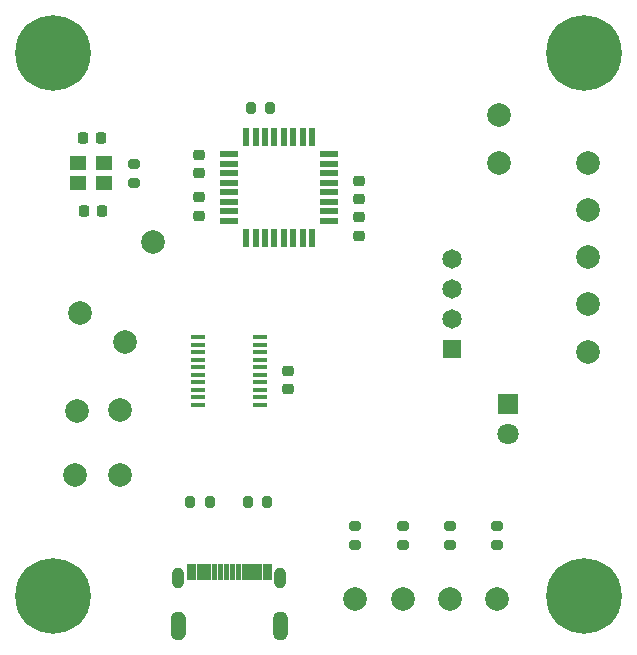
<source format=gbr>
%TF.GenerationSoftware,KiCad,Pcbnew,7.0.1*%
%TF.CreationDate,2023-07-17T15:28:08+02:00*%
%TF.ProjectId,Had_Konzole,4861645f-4b6f-46e7-9a6f-6c652e6b6963,rev?*%
%TF.SameCoordinates,Original*%
%TF.FileFunction,Soldermask,Top*%
%TF.FilePolarity,Negative*%
%FSLAX46Y46*%
G04 Gerber Fmt 4.6, Leading zero omitted, Abs format (unit mm)*
G04 Created by KiCad (PCBNEW 7.0.1) date 2023-07-17 15:28:08*
%MOMM*%
%LPD*%
G01*
G04 APERTURE LIST*
G04 Aperture macros list*
%AMRoundRect*
0 Rectangle with rounded corners*
0 $1 Rounding radius*
0 $2 $3 $4 $5 $6 $7 $8 $9 X,Y pos of 4 corners*
0 Add a 4 corners polygon primitive as box body*
4,1,4,$2,$3,$4,$5,$6,$7,$8,$9,$2,$3,0*
0 Add four circle primitives for the rounded corners*
1,1,$1+$1,$2,$3*
1,1,$1+$1,$4,$5*
1,1,$1+$1,$6,$7*
1,1,$1+$1,$8,$9*
0 Add four rect primitives between the rounded corners*
20,1,$1+$1,$2,$3,$4,$5,0*
20,1,$1+$1,$4,$5,$6,$7,0*
20,1,$1+$1,$6,$7,$8,$9,0*
20,1,$1+$1,$8,$9,$2,$3,0*%
G04 Aperture macros list end*
%ADD10C,0.010000*%
%ADD11RoundRect,0.225000X-0.225000X-0.250000X0.225000X-0.250000X0.225000X0.250000X-0.225000X0.250000X0*%
%ADD12RoundRect,0.225000X-0.250000X0.225000X-0.250000X-0.225000X0.250000X-0.225000X0.250000X0.225000X0*%
%ADD13RoundRect,0.200000X-0.200000X-0.275000X0.200000X-0.275000X0.200000X0.275000X-0.200000X0.275000X0*%
%ADD14C,2.000000*%
%ADD15RoundRect,0.225000X0.250000X-0.225000X0.250000X0.225000X-0.250000X0.225000X-0.250000X-0.225000X0*%
%ADD16C,6.400000*%
%ADD17R,1.600000X0.550000*%
%ADD18R,0.550000X1.600000*%
%ADD19RoundRect,0.200000X0.275000X-0.200000X0.275000X0.200000X-0.275000X0.200000X-0.275000X-0.200000X0*%
%ADD20R,1.400000X1.200000*%
%ADD21O,1.000000X1.800000*%
%ADD22R,1.200000X0.400000*%
%ADD23RoundRect,0.200000X0.200000X0.275000X-0.200000X0.275000X-0.200000X-0.275000X0.200000X-0.275000X0*%
%ADD24R,1.650000X1.650000*%
%ADD25C,1.650000*%
%ADD26R,1.800000X1.800000*%
%ADD27C,1.800000*%
G04 APERTURE END LIST*
%TO.C,J4*%
D10*
X112636450Y-107311450D02*
X111963550Y-107311450D01*
X111963550Y-106088550D01*
X112636450Y-106088550D01*
X112636450Y-107311450D01*
G36*
X112636450Y-107311450D02*
G01*
X111963550Y-107311450D01*
X111963550Y-106088550D01*
X112636450Y-106088550D01*
X112636450Y-107311450D01*
G37*
X113436450Y-107311450D02*
X112763550Y-107311450D01*
X112763550Y-106088550D01*
X113436450Y-106088550D01*
X113436450Y-107311450D01*
G36*
X113436450Y-107311450D02*
G01*
X112763550Y-107311450D01*
X112763550Y-106088550D01*
X113436450Y-106088550D01*
X113436450Y-107311450D01*
G37*
X113936450Y-107311450D02*
X113563550Y-107311450D01*
X113563550Y-106088550D01*
X113936450Y-106088550D01*
X113936450Y-107311450D01*
G36*
X113936450Y-107311450D02*
G01*
X113563550Y-107311450D01*
X113563550Y-106088550D01*
X113936450Y-106088550D01*
X113936450Y-107311450D01*
G37*
X114436450Y-107311450D02*
X114063550Y-107311450D01*
X114063550Y-106088550D01*
X114436450Y-106088550D01*
X114436450Y-107311450D01*
G36*
X114436450Y-107311450D02*
G01*
X114063550Y-107311450D01*
X114063550Y-106088550D01*
X114436450Y-106088550D01*
X114436450Y-107311450D01*
G37*
X114936450Y-107311450D02*
X114563550Y-107311450D01*
X114563550Y-106088550D01*
X114936450Y-106088550D01*
X114936450Y-107311450D01*
G36*
X114936450Y-107311450D02*
G01*
X114563550Y-107311450D01*
X114563550Y-106088550D01*
X114936450Y-106088550D01*
X114936450Y-107311450D01*
G37*
X115436450Y-107311450D02*
X115063550Y-107311450D01*
X115063550Y-106088550D01*
X115436450Y-106088550D01*
X115436450Y-107311450D01*
G36*
X115436450Y-107311450D02*
G01*
X115063550Y-107311450D01*
X115063550Y-106088550D01*
X115436450Y-106088550D01*
X115436450Y-107311450D01*
G37*
X115936450Y-107311450D02*
X115563550Y-107311450D01*
X115563550Y-106088550D01*
X115936450Y-106088550D01*
X115936450Y-107311450D01*
G36*
X115936450Y-107311450D02*
G01*
X115563550Y-107311450D01*
X115563550Y-106088550D01*
X115936450Y-106088550D01*
X115936450Y-107311450D01*
G37*
X116436450Y-107311450D02*
X116063550Y-107311450D01*
X116063550Y-106088550D01*
X116436450Y-106088550D01*
X116436450Y-107311450D01*
G36*
X116436450Y-107311450D02*
G01*
X116063550Y-107311450D01*
X116063550Y-106088550D01*
X116436450Y-106088550D01*
X116436450Y-107311450D01*
G37*
X116936450Y-107311450D02*
X116563550Y-107311450D01*
X116563550Y-106088550D01*
X116936450Y-106088550D01*
X116936450Y-107311450D01*
G36*
X116936450Y-107311450D02*
G01*
X116563550Y-107311450D01*
X116563550Y-106088550D01*
X116936450Y-106088550D01*
X116936450Y-107311450D01*
G37*
X117436450Y-107311450D02*
X117063550Y-107311450D01*
X117063550Y-106088550D01*
X117436450Y-106088550D01*
X117436450Y-107311450D01*
G36*
X117436450Y-107311450D02*
G01*
X117063550Y-107311450D01*
X117063550Y-106088550D01*
X117436450Y-106088550D01*
X117436450Y-107311450D01*
G37*
X118236450Y-107311450D02*
X117563550Y-107311450D01*
X117563550Y-106088550D01*
X118236450Y-106088550D01*
X118236450Y-107311450D01*
G36*
X118236450Y-107311450D02*
G01*
X117563550Y-107311450D01*
X117563550Y-106088550D01*
X118236450Y-106088550D01*
X118236450Y-107311450D01*
G37*
X119036450Y-107311450D02*
X118363550Y-107311450D01*
X118363550Y-106088550D01*
X119036450Y-106088550D01*
X119036450Y-107311450D01*
G36*
X119036450Y-107311450D02*
G01*
X118363550Y-107311450D01*
X118363550Y-106088550D01*
X119036450Y-106088550D01*
X119036450Y-107311450D01*
G37*
X111210000Y-110100000D02*
X111240000Y-110102000D01*
X111270000Y-110106000D01*
X111300000Y-110111000D01*
X111329000Y-110118000D01*
X111358000Y-110127000D01*
X111386000Y-110137000D01*
X111414000Y-110149000D01*
X111442000Y-110162000D01*
X111468000Y-110176000D01*
X111494000Y-110192000D01*
X111519000Y-110209000D01*
X111543000Y-110227000D01*
X111566000Y-110247000D01*
X111587000Y-110268000D01*
X111608000Y-110289000D01*
X111628000Y-110312000D01*
X111646000Y-110336000D01*
X111663000Y-110361000D01*
X111679000Y-110387000D01*
X111693000Y-110413000D01*
X111706000Y-110441000D01*
X111718000Y-110469000D01*
X111728000Y-110497000D01*
X111737000Y-110526000D01*
X111744000Y-110555000D01*
X111749000Y-110585000D01*
X111753000Y-110615000D01*
X111755000Y-110645000D01*
X111756000Y-110675000D01*
X111756000Y-111875000D01*
X111755000Y-111905000D01*
X111753000Y-111935000D01*
X111749000Y-111965000D01*
X111744000Y-111995000D01*
X111737000Y-112024000D01*
X111728000Y-112053000D01*
X111718000Y-112081000D01*
X111706000Y-112109000D01*
X111693000Y-112137000D01*
X111679000Y-112163000D01*
X111663000Y-112189000D01*
X111646000Y-112214000D01*
X111628000Y-112238000D01*
X111608000Y-112261000D01*
X111587000Y-112282000D01*
X111566000Y-112303000D01*
X111543000Y-112323000D01*
X111519000Y-112341000D01*
X111494000Y-112358000D01*
X111468000Y-112374000D01*
X111442000Y-112388000D01*
X111414000Y-112401000D01*
X111386000Y-112413000D01*
X111358000Y-112423000D01*
X111329000Y-112432000D01*
X111300000Y-112439000D01*
X111270000Y-112444000D01*
X111240000Y-112448000D01*
X111210000Y-112450000D01*
X111180000Y-112451000D01*
X111150000Y-112450000D01*
X111120000Y-112448000D01*
X111090000Y-112444000D01*
X111060000Y-112439000D01*
X111031000Y-112432000D01*
X111002000Y-112423000D01*
X110974000Y-112413000D01*
X110946000Y-112401000D01*
X110918000Y-112388000D01*
X110892000Y-112374000D01*
X110866000Y-112358000D01*
X110841000Y-112341000D01*
X110817000Y-112323000D01*
X110794000Y-112303000D01*
X110773000Y-112282000D01*
X110752000Y-112261000D01*
X110732000Y-112238000D01*
X110714000Y-112214000D01*
X110697000Y-112189000D01*
X110681000Y-112163000D01*
X110667000Y-112137000D01*
X110654000Y-112109000D01*
X110642000Y-112081000D01*
X110632000Y-112053000D01*
X110623000Y-112024000D01*
X110616000Y-111995000D01*
X110611000Y-111965000D01*
X110607000Y-111935000D01*
X110605000Y-111905000D01*
X110604000Y-111875000D01*
X110603800Y-110675000D01*
X110604000Y-110675000D01*
X110605000Y-110645000D01*
X110607000Y-110615000D01*
X110611000Y-110585000D01*
X110616000Y-110555000D01*
X110623000Y-110526000D01*
X110632000Y-110497000D01*
X110642000Y-110469000D01*
X110654000Y-110441000D01*
X110667000Y-110413000D01*
X110681000Y-110387000D01*
X110697000Y-110361000D01*
X110714000Y-110336000D01*
X110732000Y-110312000D01*
X110752000Y-110289000D01*
X110773000Y-110268000D01*
X110794000Y-110247000D01*
X110817000Y-110227000D01*
X110841000Y-110209000D01*
X110866000Y-110192000D01*
X110892000Y-110176000D01*
X110918000Y-110162000D01*
X110946000Y-110149000D01*
X110974000Y-110137000D01*
X111002000Y-110127000D01*
X111031000Y-110118000D01*
X111060000Y-110111000D01*
X111090000Y-110106000D01*
X111120000Y-110102000D01*
X111150000Y-110100000D01*
X111180000Y-110099000D01*
X111210000Y-110100000D01*
G36*
X111210000Y-110100000D02*
G01*
X111240000Y-110102000D01*
X111270000Y-110106000D01*
X111300000Y-110111000D01*
X111329000Y-110118000D01*
X111358000Y-110127000D01*
X111386000Y-110137000D01*
X111414000Y-110149000D01*
X111442000Y-110162000D01*
X111468000Y-110176000D01*
X111494000Y-110192000D01*
X111519000Y-110209000D01*
X111543000Y-110227000D01*
X111566000Y-110247000D01*
X111587000Y-110268000D01*
X111608000Y-110289000D01*
X111628000Y-110312000D01*
X111646000Y-110336000D01*
X111663000Y-110361000D01*
X111679000Y-110387000D01*
X111693000Y-110413000D01*
X111706000Y-110441000D01*
X111718000Y-110469000D01*
X111728000Y-110497000D01*
X111737000Y-110526000D01*
X111744000Y-110555000D01*
X111749000Y-110585000D01*
X111753000Y-110615000D01*
X111755000Y-110645000D01*
X111756000Y-110675000D01*
X111756000Y-111875000D01*
X111755000Y-111905000D01*
X111753000Y-111935000D01*
X111749000Y-111965000D01*
X111744000Y-111995000D01*
X111737000Y-112024000D01*
X111728000Y-112053000D01*
X111718000Y-112081000D01*
X111706000Y-112109000D01*
X111693000Y-112137000D01*
X111679000Y-112163000D01*
X111663000Y-112189000D01*
X111646000Y-112214000D01*
X111628000Y-112238000D01*
X111608000Y-112261000D01*
X111587000Y-112282000D01*
X111566000Y-112303000D01*
X111543000Y-112323000D01*
X111519000Y-112341000D01*
X111494000Y-112358000D01*
X111468000Y-112374000D01*
X111442000Y-112388000D01*
X111414000Y-112401000D01*
X111386000Y-112413000D01*
X111358000Y-112423000D01*
X111329000Y-112432000D01*
X111300000Y-112439000D01*
X111270000Y-112444000D01*
X111240000Y-112448000D01*
X111210000Y-112450000D01*
X111180000Y-112451000D01*
X111150000Y-112450000D01*
X111120000Y-112448000D01*
X111090000Y-112444000D01*
X111060000Y-112439000D01*
X111031000Y-112432000D01*
X111002000Y-112423000D01*
X110974000Y-112413000D01*
X110946000Y-112401000D01*
X110918000Y-112388000D01*
X110892000Y-112374000D01*
X110866000Y-112358000D01*
X110841000Y-112341000D01*
X110817000Y-112323000D01*
X110794000Y-112303000D01*
X110773000Y-112282000D01*
X110752000Y-112261000D01*
X110732000Y-112238000D01*
X110714000Y-112214000D01*
X110697000Y-112189000D01*
X110681000Y-112163000D01*
X110667000Y-112137000D01*
X110654000Y-112109000D01*
X110642000Y-112081000D01*
X110632000Y-112053000D01*
X110623000Y-112024000D01*
X110616000Y-111995000D01*
X110611000Y-111965000D01*
X110607000Y-111935000D01*
X110605000Y-111905000D01*
X110604000Y-111875000D01*
X110603800Y-110675000D01*
X110604000Y-110675000D01*
X110605000Y-110645000D01*
X110607000Y-110615000D01*
X110611000Y-110585000D01*
X110616000Y-110555000D01*
X110623000Y-110526000D01*
X110632000Y-110497000D01*
X110642000Y-110469000D01*
X110654000Y-110441000D01*
X110667000Y-110413000D01*
X110681000Y-110387000D01*
X110697000Y-110361000D01*
X110714000Y-110336000D01*
X110732000Y-110312000D01*
X110752000Y-110289000D01*
X110773000Y-110268000D01*
X110794000Y-110247000D01*
X110817000Y-110227000D01*
X110841000Y-110209000D01*
X110866000Y-110192000D01*
X110892000Y-110176000D01*
X110918000Y-110162000D01*
X110946000Y-110149000D01*
X110974000Y-110137000D01*
X111002000Y-110127000D01*
X111031000Y-110118000D01*
X111060000Y-110111000D01*
X111090000Y-110106000D01*
X111120000Y-110102000D01*
X111150000Y-110100000D01*
X111180000Y-110099000D01*
X111210000Y-110100000D01*
G37*
X119850000Y-110100000D02*
X119880000Y-110102000D01*
X119910000Y-110106000D01*
X119940000Y-110111000D01*
X119969000Y-110118000D01*
X119998000Y-110127000D01*
X120026000Y-110137000D01*
X120054000Y-110149000D01*
X120082000Y-110162000D01*
X120108000Y-110176000D01*
X120134000Y-110192000D01*
X120159000Y-110209000D01*
X120183000Y-110227000D01*
X120206000Y-110247000D01*
X120227000Y-110268000D01*
X120248000Y-110289000D01*
X120268000Y-110312000D01*
X120286000Y-110336000D01*
X120303000Y-110361000D01*
X120319000Y-110387000D01*
X120333000Y-110413000D01*
X120346000Y-110441000D01*
X120358000Y-110469000D01*
X120368000Y-110497000D01*
X120377000Y-110526000D01*
X120384000Y-110555000D01*
X120389000Y-110585000D01*
X120393000Y-110615000D01*
X120395000Y-110645000D01*
X120396000Y-110675000D01*
X120396000Y-111875000D01*
X120395000Y-111905000D01*
X120393000Y-111935000D01*
X120389000Y-111965000D01*
X120384000Y-111995000D01*
X120377000Y-112024000D01*
X120368000Y-112053000D01*
X120358000Y-112081000D01*
X120346000Y-112109000D01*
X120333000Y-112137000D01*
X120319000Y-112163000D01*
X120303000Y-112189000D01*
X120286000Y-112214000D01*
X120268000Y-112238000D01*
X120248000Y-112261000D01*
X120227000Y-112282000D01*
X120206000Y-112303000D01*
X120183000Y-112323000D01*
X120159000Y-112341000D01*
X120134000Y-112358000D01*
X120108000Y-112374000D01*
X120082000Y-112388000D01*
X120054000Y-112401000D01*
X120026000Y-112413000D01*
X119998000Y-112423000D01*
X119969000Y-112432000D01*
X119940000Y-112439000D01*
X119910000Y-112444000D01*
X119880000Y-112448000D01*
X119850000Y-112450000D01*
X119820000Y-112451000D01*
X119790000Y-112450000D01*
X119760000Y-112448000D01*
X119730000Y-112444000D01*
X119700000Y-112439000D01*
X119671000Y-112432000D01*
X119642000Y-112423000D01*
X119614000Y-112413000D01*
X119586000Y-112401000D01*
X119558000Y-112388000D01*
X119532000Y-112374000D01*
X119506000Y-112358000D01*
X119481000Y-112341000D01*
X119457000Y-112323000D01*
X119434000Y-112303000D01*
X119413000Y-112282000D01*
X119392000Y-112261000D01*
X119372000Y-112238000D01*
X119354000Y-112214000D01*
X119337000Y-112189000D01*
X119321000Y-112163000D01*
X119307000Y-112137000D01*
X119294000Y-112109000D01*
X119282000Y-112081000D01*
X119272000Y-112053000D01*
X119263000Y-112024000D01*
X119256000Y-111995000D01*
X119251000Y-111965000D01*
X119247000Y-111935000D01*
X119245000Y-111905000D01*
X119244000Y-111875000D01*
X119243800Y-110675000D01*
X119244000Y-110675000D01*
X119245000Y-110645000D01*
X119247000Y-110615000D01*
X119251000Y-110585000D01*
X119256000Y-110555000D01*
X119263000Y-110526000D01*
X119272000Y-110497000D01*
X119282000Y-110469000D01*
X119294000Y-110441000D01*
X119307000Y-110413000D01*
X119321000Y-110387000D01*
X119337000Y-110361000D01*
X119354000Y-110336000D01*
X119372000Y-110312000D01*
X119392000Y-110289000D01*
X119413000Y-110268000D01*
X119434000Y-110247000D01*
X119457000Y-110227000D01*
X119481000Y-110209000D01*
X119506000Y-110192000D01*
X119532000Y-110176000D01*
X119558000Y-110162000D01*
X119586000Y-110149000D01*
X119614000Y-110137000D01*
X119642000Y-110127000D01*
X119671000Y-110118000D01*
X119700000Y-110111000D01*
X119730000Y-110106000D01*
X119760000Y-110102000D01*
X119790000Y-110100000D01*
X119820000Y-110099000D01*
X119850000Y-110100000D01*
G36*
X119850000Y-110100000D02*
G01*
X119880000Y-110102000D01*
X119910000Y-110106000D01*
X119940000Y-110111000D01*
X119969000Y-110118000D01*
X119998000Y-110127000D01*
X120026000Y-110137000D01*
X120054000Y-110149000D01*
X120082000Y-110162000D01*
X120108000Y-110176000D01*
X120134000Y-110192000D01*
X120159000Y-110209000D01*
X120183000Y-110227000D01*
X120206000Y-110247000D01*
X120227000Y-110268000D01*
X120248000Y-110289000D01*
X120268000Y-110312000D01*
X120286000Y-110336000D01*
X120303000Y-110361000D01*
X120319000Y-110387000D01*
X120333000Y-110413000D01*
X120346000Y-110441000D01*
X120358000Y-110469000D01*
X120368000Y-110497000D01*
X120377000Y-110526000D01*
X120384000Y-110555000D01*
X120389000Y-110585000D01*
X120393000Y-110615000D01*
X120395000Y-110645000D01*
X120396000Y-110675000D01*
X120396000Y-111875000D01*
X120395000Y-111905000D01*
X120393000Y-111935000D01*
X120389000Y-111965000D01*
X120384000Y-111995000D01*
X120377000Y-112024000D01*
X120368000Y-112053000D01*
X120358000Y-112081000D01*
X120346000Y-112109000D01*
X120333000Y-112137000D01*
X120319000Y-112163000D01*
X120303000Y-112189000D01*
X120286000Y-112214000D01*
X120268000Y-112238000D01*
X120248000Y-112261000D01*
X120227000Y-112282000D01*
X120206000Y-112303000D01*
X120183000Y-112323000D01*
X120159000Y-112341000D01*
X120134000Y-112358000D01*
X120108000Y-112374000D01*
X120082000Y-112388000D01*
X120054000Y-112401000D01*
X120026000Y-112413000D01*
X119998000Y-112423000D01*
X119969000Y-112432000D01*
X119940000Y-112439000D01*
X119910000Y-112444000D01*
X119880000Y-112448000D01*
X119850000Y-112450000D01*
X119820000Y-112451000D01*
X119790000Y-112450000D01*
X119760000Y-112448000D01*
X119730000Y-112444000D01*
X119700000Y-112439000D01*
X119671000Y-112432000D01*
X119642000Y-112423000D01*
X119614000Y-112413000D01*
X119586000Y-112401000D01*
X119558000Y-112388000D01*
X119532000Y-112374000D01*
X119506000Y-112358000D01*
X119481000Y-112341000D01*
X119457000Y-112323000D01*
X119434000Y-112303000D01*
X119413000Y-112282000D01*
X119392000Y-112261000D01*
X119372000Y-112238000D01*
X119354000Y-112214000D01*
X119337000Y-112189000D01*
X119321000Y-112163000D01*
X119307000Y-112137000D01*
X119294000Y-112109000D01*
X119282000Y-112081000D01*
X119272000Y-112053000D01*
X119263000Y-112024000D01*
X119256000Y-111995000D01*
X119251000Y-111965000D01*
X119247000Y-111935000D01*
X119245000Y-111905000D01*
X119244000Y-111875000D01*
X119243800Y-110675000D01*
X119244000Y-110675000D01*
X119245000Y-110645000D01*
X119247000Y-110615000D01*
X119251000Y-110585000D01*
X119256000Y-110555000D01*
X119263000Y-110526000D01*
X119272000Y-110497000D01*
X119282000Y-110469000D01*
X119294000Y-110441000D01*
X119307000Y-110413000D01*
X119321000Y-110387000D01*
X119337000Y-110361000D01*
X119354000Y-110336000D01*
X119372000Y-110312000D01*
X119392000Y-110289000D01*
X119413000Y-110268000D01*
X119434000Y-110247000D01*
X119457000Y-110227000D01*
X119481000Y-110209000D01*
X119506000Y-110192000D01*
X119532000Y-110176000D01*
X119558000Y-110162000D01*
X119586000Y-110149000D01*
X119614000Y-110137000D01*
X119642000Y-110127000D01*
X119671000Y-110118000D01*
X119700000Y-110111000D01*
X119730000Y-110106000D01*
X119760000Y-110102000D01*
X119790000Y-110100000D01*
X119820000Y-110099000D01*
X119850000Y-110100000D01*
G37*
%TD*%
D11*
%TO.C,C6*%
X103225000Y-76200000D03*
X104775000Y-76200000D03*
%TD*%
D12*
%TO.C,C4*%
X126500000Y-76725000D03*
X126500000Y-78275000D03*
%TD*%
D13*
%TO.C,R2*%
X117325000Y-67500000D03*
X118975000Y-67500000D03*
%TD*%
D14*
%TO.C,J14*%
X106300000Y-93000000D03*
%TD*%
%TO.C,J8*%
X134200000Y-109075000D03*
%TD*%
D15*
%TO.C,C5*%
X113000000Y-72975000D03*
X113000000Y-71425000D03*
%TD*%
D16*
%TO.C,H4*%
X145600000Y-108800000D03*
%TD*%
D15*
%TO.C,C3*%
X113000000Y-76575000D03*
X113000000Y-75025000D03*
%TD*%
D14*
%TO.C,J13*%
X102600000Y-93100000D03*
%TD*%
D16*
%TO.C,H1*%
X100600000Y-62800000D03*
%TD*%
D17*
%TO.C,U1*%
X115500000Y-71400000D03*
X115500000Y-72200000D03*
X115500000Y-73000000D03*
X115500000Y-73800000D03*
X115500000Y-74600000D03*
X115500000Y-75400000D03*
X115500000Y-76200000D03*
X115500000Y-77000000D03*
D18*
X116950000Y-78450000D03*
X117750000Y-78450000D03*
X118550000Y-78450000D03*
X119350000Y-78450000D03*
X120150000Y-78450000D03*
X120950000Y-78450000D03*
X121750000Y-78450000D03*
X122550000Y-78450000D03*
D17*
X124000000Y-77000000D03*
X124000000Y-76200000D03*
X124000000Y-75400000D03*
X124000000Y-74600000D03*
X124000000Y-73800000D03*
X124000000Y-73000000D03*
X124000000Y-72200000D03*
X124000000Y-71400000D03*
D18*
X122550000Y-69950000D03*
X121750000Y-69950000D03*
X120950000Y-69950000D03*
X120150000Y-69950000D03*
X119350000Y-69950000D03*
X118550000Y-69950000D03*
X117750000Y-69950000D03*
X116950000Y-69950000D03*
%TD*%
D19*
%TO.C,R5*%
X138200000Y-104500000D03*
X138200000Y-102850000D03*
%TD*%
D14*
%TO.C,J21*%
X145900000Y-88100000D03*
%TD*%
%TO.C,J12*%
X126200000Y-109075000D03*
%TD*%
%TO.C,J16*%
X145900000Y-72100000D03*
%TD*%
D16*
%TO.C,H2*%
X145600000Y-62800000D03*
%TD*%
D14*
%TO.C,J1*%
X102500000Y-98500000D03*
%TD*%
D19*
%TO.C,R4*%
X134200000Y-104500000D03*
X134200000Y-102850000D03*
%TD*%
D20*
%TO.C,Y1*%
X102750000Y-73850000D03*
X104950000Y-73850000D03*
X104950000Y-72150000D03*
X102750000Y-72150000D03*
%TD*%
D14*
%TO.C,J18*%
X138400000Y-72100000D03*
%TD*%
%TO.C,J10*%
X138200000Y-109075000D03*
%TD*%
D19*
%TO.C,R6*%
X126200000Y-104500000D03*
X126200000Y-102850000D03*
%TD*%
D14*
%TO.C,TP11*%
X106700000Y-87300000D03*
%TD*%
D21*
%TO.C,J4*%
X111180000Y-107275000D03*
X119820000Y-107275000D03*
%TD*%
D19*
%TO.C,R3*%
X107500000Y-73825000D03*
X107500000Y-72175000D03*
%TD*%
D22*
%TO.C,U2*%
X112900000Y-86865000D03*
X112900000Y-87500000D03*
X112900000Y-88135000D03*
X112900000Y-88770000D03*
X112900000Y-89405000D03*
X112900000Y-90040000D03*
X112900000Y-90675000D03*
X112900000Y-91310000D03*
X112900000Y-91945000D03*
X112900000Y-92580000D03*
X118100000Y-92580000D03*
X118100000Y-91945000D03*
X118100000Y-91310000D03*
X118100000Y-90675000D03*
X118100000Y-90040000D03*
X118100000Y-89405000D03*
X118100000Y-88770000D03*
X118100000Y-88135000D03*
X118100000Y-87500000D03*
X118100000Y-86865000D03*
%TD*%
D14*
%TO.C,J19*%
X145900000Y-76100000D03*
%TD*%
D15*
%TO.C,C10*%
X126500000Y-75175000D03*
X126500000Y-73625000D03*
%TD*%
D23*
%TO.C,R8*%
X113875000Y-100800000D03*
X112225000Y-100800000D03*
%TD*%
D14*
%TO.C,J3*%
X145900000Y-84100000D03*
%TD*%
%TO.C,TP10*%
X109100000Y-78800000D03*
%TD*%
D13*
%TO.C,R9*%
X117075000Y-100850000D03*
X118725000Y-100850000D03*
%TD*%
D11*
%TO.C,C7*%
X103125000Y-70000000D03*
X104675000Y-70000000D03*
%TD*%
D14*
%TO.C,TP12*%
X102900000Y-84800000D03*
%TD*%
%TO.C,J15*%
X106300000Y-98500000D03*
%TD*%
D16*
%TO.C,H3*%
X100600000Y-108800000D03*
%TD*%
D15*
%TO.C,C8*%
X120500000Y-91275000D03*
X120500000Y-89725000D03*
%TD*%
D19*
%TO.C,R7*%
X130200000Y-104500000D03*
X130200000Y-102850000D03*
%TD*%
D14*
%TO.C,J20*%
X138400000Y-68100000D03*
%TD*%
%TO.C,J17*%
X145900000Y-80100000D03*
%TD*%
%TO.C,J5*%
X130200000Y-109075000D03*
%TD*%
D24*
%TO.C,J2*%
X134400000Y-87840000D03*
D25*
X134400000Y-85300000D03*
X134400000Y-82760000D03*
X134400000Y-80220000D03*
%TD*%
D26*
%TO.C,D1*%
X139125000Y-92525000D03*
D27*
X139125000Y-95065000D03*
%TD*%
M02*

</source>
